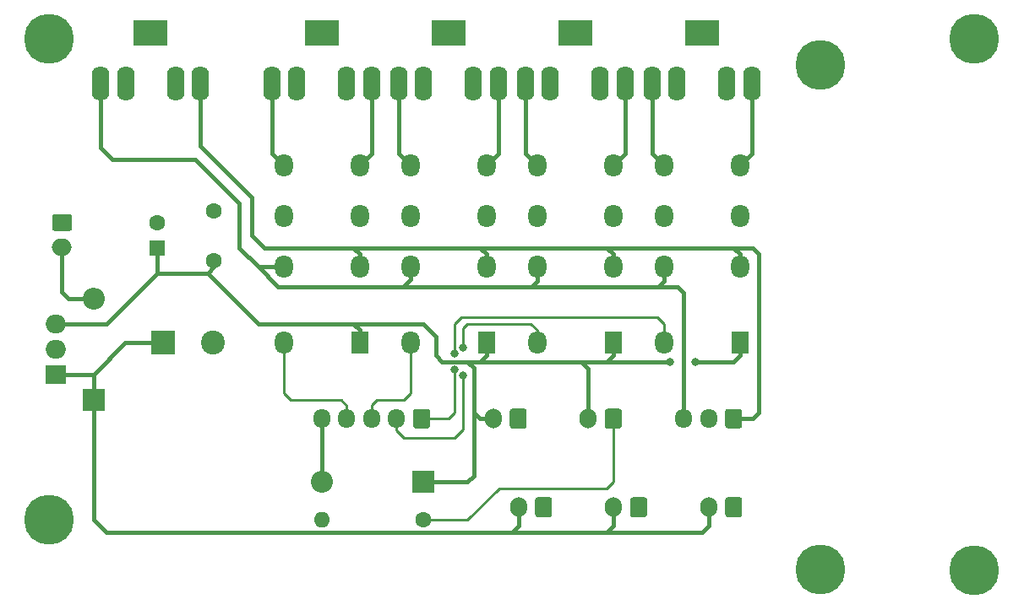
<source format=gtl>
%TF.GenerationSoftware,KiCad,Pcbnew,(5.1.8)-1*%
%TF.CreationDate,2021-01-28T21:24:41+01:00*%
%TF.ProjectId,VU Switch,56552053-7769-4746-9368-2e6b69636164,rev?*%
%TF.SameCoordinates,Original*%
%TF.FileFunction,Copper,L1,Top*%
%TF.FilePolarity,Positive*%
%FSLAX46Y46*%
G04 Gerber Fmt 4.6, Leading zero omitted, Abs format (unit mm)*
G04 Created by KiCad (PCBNEW (5.1.8)-1) date 2021-01-28 21:24:41*
%MOMM*%
%LPD*%
G01*
G04 APERTURE LIST*
%TA.AperFunction,ComponentPad*%
%ADD10O,1.800000X2.300000*%
%TD*%
%TA.AperFunction,ComponentPad*%
%ADD11R,1.800000X2.300000*%
%TD*%
%TA.AperFunction,ComponentPad*%
%ADD12O,1.700000X1.950000*%
%TD*%
%TA.AperFunction,ComponentPad*%
%ADD13R,2.200000X2.200000*%
%TD*%
%TA.AperFunction,ComponentPad*%
%ADD14O,2.200000X2.200000*%
%TD*%
%TA.AperFunction,ComponentPad*%
%ADD15O,1.700000X2.000000*%
%TD*%
%TA.AperFunction,ComponentPad*%
%ADD16C,1.600000*%
%TD*%
%TA.AperFunction,WasherPad*%
%ADD17C,5.000000*%
%TD*%
%TA.AperFunction,ComponentPad*%
%ADD18C,5.000000*%
%TD*%
%TA.AperFunction,ComponentPad*%
%ADD19R,2.400000X2.400000*%
%TD*%
%TA.AperFunction,ComponentPad*%
%ADD20C,2.400000*%
%TD*%
%TA.AperFunction,ComponentPad*%
%ADD21R,1.600000X1.600000*%
%TD*%
%TA.AperFunction,ComponentPad*%
%ADD22O,1.750000X3.500000*%
%TD*%
%TA.AperFunction,ComponentPad*%
%ADD23R,3.500000X2.500000*%
%TD*%
%TA.AperFunction,ComponentPad*%
%ADD24O,1.600000X1.600000*%
%TD*%
%TA.AperFunction,ComponentPad*%
%ADD25R,2.000000X1.905000*%
%TD*%
%TA.AperFunction,ComponentPad*%
%ADD26O,2.000000X1.905000*%
%TD*%
%TA.AperFunction,ComponentPad*%
%ADD27O,2.000000X1.700000*%
%TD*%
%TA.AperFunction,ViaPad*%
%ADD28C,0.800000*%
%TD*%
%TA.AperFunction,Conductor*%
%ADD29C,0.381000*%
%TD*%
%TA.AperFunction,Conductor*%
%ADD30C,0.250000*%
%TD*%
G04 APERTURE END LIST*
D10*
%TO.P,K1,16*%
%TO.N,SELECT_4*%
X153670000Y-83820000D03*
%TO.P,K1,13*%
%TO.N,OUT_L*%
X153670000Y-76200000D03*
%TO.P,K1,11*%
%TO.N,N/C*%
X153670000Y-71120000D03*
%TO.P,K1,9*%
%TO.N,Net-(J4-Pad5)*%
X153670000Y-66040000D03*
%TO.P,K1,8*%
%TO.N,Net-(J4-Pad2)*%
X161290000Y-66040000D03*
%TO.P,K1,6*%
%TO.N,N/C*%
X161290000Y-71120000D03*
%TO.P,K1,4*%
%TO.N,OUT_R*%
X161290000Y-76200000D03*
D11*
%TO.P,K1,1*%
%TO.N,+5V*%
X161290000Y-83820000D03*
%TD*%
D10*
%TO.P,K2,16*%
%TO.N,SELECT_3*%
X140970000Y-83820000D03*
%TO.P,K2,13*%
%TO.N,OUT_L*%
X140970000Y-76200000D03*
%TO.P,K2,11*%
%TO.N,N/C*%
X140970000Y-71120000D03*
%TO.P,K2,9*%
%TO.N,Net-(J5-Pad5)*%
X140970000Y-66040000D03*
%TO.P,K2,8*%
%TO.N,Net-(J5-Pad2)*%
X148590000Y-66040000D03*
%TO.P,K2,6*%
%TO.N,N/C*%
X148590000Y-71120000D03*
%TO.P,K2,4*%
%TO.N,OUT_R*%
X148590000Y-76200000D03*
D11*
%TO.P,K2,1*%
%TO.N,+5V*%
X148590000Y-83820000D03*
%TD*%
D10*
%TO.P,K3,16*%
%TO.N,SELECT_2*%
X128270000Y-83820000D03*
%TO.P,K3,13*%
%TO.N,OUT_L*%
X128270000Y-76200000D03*
%TO.P,K3,11*%
%TO.N,N/C*%
X128270000Y-71120000D03*
%TO.P,K3,9*%
%TO.N,Net-(J6-Pad5)*%
X128270000Y-66040000D03*
%TO.P,K3,8*%
%TO.N,Net-(J6-Pad2)*%
X135890000Y-66040000D03*
%TO.P,K3,6*%
%TO.N,N/C*%
X135890000Y-71120000D03*
%TO.P,K3,4*%
%TO.N,OUT_R*%
X135890000Y-76200000D03*
D11*
%TO.P,K3,1*%
%TO.N,+5V*%
X135890000Y-83820000D03*
%TD*%
D10*
%TO.P,K4,16*%
%TO.N,SELECT_1*%
X115570000Y-83820000D03*
%TO.P,K4,13*%
%TO.N,OUT_L*%
X115570000Y-76200000D03*
%TO.P,K4,11*%
%TO.N,N/C*%
X115570000Y-71120000D03*
%TO.P,K4,9*%
%TO.N,Net-(J7-Pad5)*%
X115570000Y-66040000D03*
%TO.P,K4,8*%
%TO.N,Net-(J7-Pad2)*%
X123190000Y-66040000D03*
%TO.P,K4,6*%
%TO.N,N/C*%
X123190000Y-71120000D03*
%TO.P,K4,4*%
%TO.N,OUT_R*%
X123190000Y-76200000D03*
D11*
%TO.P,K4,1*%
%TO.N,+5V*%
X123190000Y-83820000D03*
%TD*%
%TO.P,J3,1*%
%TO.N,SELECT_4*%
%TA.AperFunction,ComponentPad*%
G36*
G01*
X130230000Y-90715000D02*
X130230000Y-92165000D01*
G75*
G02*
X129980000Y-92415000I-250000J0D01*
G01*
X128780000Y-92415000D01*
G75*
G02*
X128530000Y-92165000I0J250000D01*
G01*
X128530000Y-90715000D01*
G75*
G02*
X128780000Y-90465000I250000J0D01*
G01*
X129980000Y-90465000D01*
G75*
G02*
X130230000Y-90715000I0J-250000D01*
G01*
G37*
%TD.AperFunction*%
D12*
%TO.P,J3,2*%
%TO.N,SELECT_3*%
X126880000Y-91440000D03*
%TO.P,J3,3*%
%TO.N,SELECT_2*%
X124380000Y-91440000D03*
%TO.P,J3,4*%
%TO.N,SELECT_1*%
X121880000Y-91440000D03*
%TO.P,J3,5*%
%TO.N,GND*%
X119380000Y-91440000D03*
%TD*%
D13*
%TO.P,D2,1*%
%TO.N,+5V*%
X129540000Y-97790000D03*
D14*
%TO.P,D2,2*%
%TO.N,GND*%
X119380000Y-97790000D03*
%TD*%
%TO.P,J10,1*%
%TO.N,GND*%
%TA.AperFunction,ComponentPad*%
G36*
G01*
X161505000Y-99580000D02*
X161505000Y-101080000D01*
G75*
G02*
X161255000Y-101330000I-250000J0D01*
G01*
X160055000Y-101330000D01*
G75*
G02*
X159805000Y-101080000I0J250000D01*
G01*
X159805000Y-99580000D01*
G75*
G02*
X160055000Y-99330000I250000J0D01*
G01*
X161255000Y-99330000D01*
G75*
G02*
X161505000Y-99580000I0J-250000D01*
G01*
G37*
%TD.AperFunction*%
D15*
%TO.P,J10,2*%
%TO.N,+12V*%
X158155000Y-100330000D03*
%TD*%
%TO.P,J2,1*%
%TO.N,GND*%
%TA.AperFunction,ComponentPad*%
G36*
G01*
X142455000Y-99580000D02*
X142455000Y-101080000D01*
G75*
G02*
X142205000Y-101330000I-250000J0D01*
G01*
X141005000Y-101330000D01*
G75*
G02*
X140755000Y-101080000I0J250000D01*
G01*
X140755000Y-99580000D01*
G75*
G02*
X141005000Y-99330000I250000J0D01*
G01*
X142205000Y-99330000D01*
G75*
G02*
X142455000Y-99580000I0J-250000D01*
G01*
G37*
%TD.AperFunction*%
%TO.P,J2,2*%
%TO.N,+12V*%
X139105000Y-100330000D03*
%TD*%
%TO.P,J13,2*%
%TO.N,+12V*%
X148630000Y-100330000D03*
%TO.P,J13,1*%
%TO.N,GND*%
%TA.AperFunction,ComponentPad*%
G36*
G01*
X151980000Y-99580000D02*
X151980000Y-101080000D01*
G75*
G02*
X151730000Y-101330000I-250000J0D01*
G01*
X150530000Y-101330000D01*
G75*
G02*
X150280000Y-101080000I0J250000D01*
G01*
X150280000Y-99580000D01*
G75*
G02*
X150530000Y-99330000I250000J0D01*
G01*
X151730000Y-99330000D01*
G75*
G02*
X151980000Y-99580000I0J-250000D01*
G01*
G37*
%TD.AperFunction*%
%TD*%
D16*
%TO.P,C3,1*%
%TO.N,+5V*%
X108585000Y-75565000D03*
%TO.P,C3,2*%
%TO.N,GND*%
X108585000Y-70565000D03*
%TD*%
D17*
%TO.P,A1,*%
%TO.N,*%
X169345000Y-106580000D03*
X169345000Y-55980000D03*
%TD*%
D18*
%TO.P,M1,1*%
%TO.N,GND*%
X92075000Y-101600000D03*
%TD*%
%TO.P,M2,1*%
%TO.N,GND*%
X184785000Y-106680000D03*
%TD*%
%TO.P,M3,1*%
%TO.N,GND*%
X184785000Y-53340000D03*
%TD*%
%TO.P,M4,1*%
%TO.N,GND*%
X92075000Y-53340000D03*
%TD*%
D19*
%TO.P,C1,1*%
%TO.N,+12V*%
X103505000Y-83820000D03*
D20*
%TO.P,C1,2*%
%TO.N,GND*%
X108505000Y-83820000D03*
%TD*%
D16*
%TO.P,C2,2*%
%TO.N,GND*%
X102870000Y-71795000D03*
D21*
%TO.P,C2,1*%
%TO.N,+5V*%
X102870000Y-74295000D03*
%TD*%
D14*
%TO.P,D1,2*%
%TO.N,Net-(D1-Pad2)*%
X96520000Y-79375000D03*
D13*
%TO.P,D1,1*%
%TO.N,+12V*%
X96520000Y-89535000D03*
%TD*%
D22*
%TO.P,J4,4*%
%TO.N,N/C*%
X154980000Y-57766000D03*
%TO.P,J4,3*%
X159980000Y-57766000D03*
%TO.P,J4,5*%
%TO.N,Net-(J4-Pad5)*%
X152480000Y-57766000D03*
%TO.P,J4,2*%
%TO.N,Net-(J4-Pad2)*%
X162480000Y-57766000D03*
D23*
%TO.P,J4,1*%
%TO.N,GND*%
X157480000Y-52760000D03*
%TD*%
%TO.P,J5,1*%
%TO.N,GND*%
X144780000Y-52760000D03*
D22*
%TO.P,J5,2*%
%TO.N,Net-(J5-Pad2)*%
X149780000Y-57766000D03*
%TO.P,J5,5*%
%TO.N,Net-(J5-Pad5)*%
X139780000Y-57766000D03*
%TO.P,J5,3*%
%TO.N,N/C*%
X147280000Y-57766000D03*
%TO.P,J5,4*%
X142280000Y-57766000D03*
%TD*%
%TO.P,J6,4*%
%TO.N,N/C*%
X129580000Y-57766000D03*
%TO.P,J6,3*%
X134580000Y-57766000D03*
%TO.P,J6,5*%
%TO.N,Net-(J6-Pad5)*%
X127080000Y-57766000D03*
%TO.P,J6,2*%
%TO.N,Net-(J6-Pad2)*%
X137080000Y-57766000D03*
D23*
%TO.P,J6,1*%
%TO.N,GND*%
X132080000Y-52760000D03*
%TD*%
%TO.P,J7,1*%
%TO.N,GND*%
X119380000Y-52760000D03*
D22*
%TO.P,J7,2*%
%TO.N,Net-(J7-Pad2)*%
X124380000Y-57766000D03*
%TO.P,J7,5*%
%TO.N,Net-(J7-Pad5)*%
X114380000Y-57766000D03*
%TO.P,J7,3*%
%TO.N,N/C*%
X121880000Y-57766000D03*
%TO.P,J7,4*%
X116880000Y-57766000D03*
%TD*%
D23*
%TO.P,J8,1*%
%TO.N,GND*%
X102235000Y-52760000D03*
D22*
%TO.P,J8,2*%
%TO.N,OUT_R*%
X107235000Y-57766000D03*
%TO.P,J8,5*%
%TO.N,OUT_L*%
X97235000Y-57766000D03*
%TO.P,J8,3*%
%TO.N,N/C*%
X104735000Y-57766000D03*
%TO.P,J8,4*%
X99735000Y-57766000D03*
%TD*%
%TO.P,J9,1*%
%TO.N,OUT_R*%
%TA.AperFunction,ComponentPad*%
G36*
G01*
X161505000Y-90715000D02*
X161505000Y-92165000D01*
G75*
G02*
X161255000Y-92415000I-250000J0D01*
G01*
X160055000Y-92415000D01*
G75*
G02*
X159805000Y-92165000I0J250000D01*
G01*
X159805000Y-90715000D01*
G75*
G02*
X160055000Y-90465000I250000J0D01*
G01*
X161255000Y-90465000D01*
G75*
G02*
X161505000Y-90715000I0J-250000D01*
G01*
G37*
%TD.AperFunction*%
D12*
%TO.P,J9,2*%
%TO.N,GND*%
X158155000Y-91440000D03*
%TO.P,J9,3*%
%TO.N,OUT_L*%
X155655000Y-91440000D03*
%TD*%
D15*
%TO.P,J11,2*%
%TO.N,+5V*%
X146090000Y-91440000D03*
%TO.P,J11,1*%
%TO.N,Net-(J11-Pad1)*%
%TA.AperFunction,ComponentPad*%
G36*
G01*
X149440000Y-90690000D02*
X149440000Y-92190000D01*
G75*
G02*
X149190000Y-92440000I-250000J0D01*
G01*
X147990000Y-92440000D01*
G75*
G02*
X147740000Y-92190000I0J250000D01*
G01*
X147740000Y-90690000D01*
G75*
G02*
X147990000Y-90440000I250000J0D01*
G01*
X149190000Y-90440000D01*
G75*
G02*
X149440000Y-90690000I0J-250000D01*
G01*
G37*
%TD.AperFunction*%
%TD*%
%TO.P,J12,1*%
%TO.N,GND*%
%TA.AperFunction,ComponentPad*%
G36*
G01*
X139915000Y-90690000D02*
X139915000Y-92190000D01*
G75*
G02*
X139665000Y-92440000I-250000J0D01*
G01*
X138465000Y-92440000D01*
G75*
G02*
X138215000Y-92190000I0J250000D01*
G01*
X138215000Y-90690000D01*
G75*
G02*
X138465000Y-90440000I250000J0D01*
G01*
X139665000Y-90440000D01*
G75*
G02*
X139915000Y-90690000I0J-250000D01*
G01*
G37*
%TD.AperFunction*%
%TO.P,J12,2*%
%TO.N,+5V*%
X136565000Y-91440000D03*
%TD*%
D16*
%TO.P,R1,1*%
%TO.N,Net-(J11-Pad1)*%
X129540000Y-101600000D03*
D24*
%TO.P,R1,2*%
%TO.N,GND*%
X119380000Y-101600000D03*
%TD*%
D25*
%TO.P,U1,1*%
%TO.N,+12V*%
X92710000Y-86995000D03*
D26*
%TO.P,U1,2*%
%TO.N,GND*%
X92710000Y-84455000D03*
%TO.P,U1,3*%
%TO.N,+5V*%
X92710000Y-81915000D03*
%TD*%
%TO.P,J1,1*%
%TO.N,GND*%
%TA.AperFunction,ComponentPad*%
G36*
G01*
X92595000Y-70905000D02*
X94095000Y-70905000D01*
G75*
G02*
X94345000Y-71155000I0J-250000D01*
G01*
X94345000Y-72355000D01*
G75*
G02*
X94095000Y-72605000I-250000J0D01*
G01*
X92595000Y-72605000D01*
G75*
G02*
X92345000Y-72355000I0J250000D01*
G01*
X92345000Y-71155000D01*
G75*
G02*
X92595000Y-70905000I250000J0D01*
G01*
G37*
%TD.AperFunction*%
D27*
%TO.P,J1,2*%
%TO.N,Net-(D1-Pad2)*%
X93345000Y-74255000D03*
%TD*%
D28*
%TO.N,+5V*%
X154305000Y-85725000D03*
X156845000Y-85725000D03*
%TO.N,SELECT_4*%
X132715000Y-86515500D03*
X132715000Y-84934500D03*
%TO.N,SELECT_3*%
X133513036Y-84331888D03*
X133513036Y-87118112D03*
%TD*%
D29*
%TO.N,GND*%
X119380000Y-91440000D02*
X119380000Y-97155000D01*
%TO.N,+12V*%
X92710000Y-86995000D02*
X95885000Y-86995000D01*
X96520000Y-89535000D02*
X96520000Y-87630000D01*
X96520000Y-87630000D02*
X96520000Y-86995000D01*
X95885000Y-86995000D02*
X96520000Y-86995000D01*
X139700000Y-102870000D02*
X147955000Y-102870000D01*
X148630000Y-102195000D02*
X148630000Y-100330000D01*
X147955000Y-102870000D02*
X148630000Y-102195000D01*
X147955000Y-102870000D02*
X157480000Y-102870000D01*
X158155000Y-102195000D02*
X158155000Y-100330000D01*
X157480000Y-102870000D02*
X158155000Y-102195000D01*
X96520000Y-101600000D02*
X96520000Y-89535000D01*
X97790000Y-102870000D02*
X96520000Y-101600000D01*
X138430000Y-102870000D02*
X97790000Y-102870000D01*
X138430000Y-102870000D02*
X139700000Y-102870000D01*
X139105000Y-102195000D02*
X138430000Y-102870000D01*
X139105000Y-100330000D02*
X139105000Y-102195000D01*
X99695000Y-83820000D02*
X96520000Y-86995000D01*
X103505000Y-83820000D02*
X99695000Y-83820000D01*
%TO.N,+5V*%
X103505000Y-76835000D02*
X107950000Y-76835000D01*
X107950000Y-76835000D02*
X108585000Y-76200000D01*
X108585000Y-76200000D02*
X108585000Y-75565000D01*
X103505000Y-76835000D02*
X102870000Y-76835000D01*
X102870000Y-76835000D02*
X102870000Y-74295000D01*
X100330000Y-79375000D02*
X102870000Y-76835000D01*
X97790000Y-81915000D02*
X100330000Y-79375000D01*
X92710000Y-81915000D02*
X97790000Y-81915000D01*
X135255000Y-91440000D02*
X134620000Y-90805000D01*
X136565000Y-91440000D02*
X135255000Y-91440000D01*
X148590000Y-85090000D02*
X148590000Y-83820000D01*
X147955000Y-85725000D02*
X148590000Y-85090000D01*
X147955000Y-85725000D02*
X154305000Y-85725000D01*
X146685000Y-85725000D02*
X147955000Y-85725000D01*
X135890000Y-85090000D02*
X135255000Y-85725000D01*
X135890000Y-83820000D02*
X135890000Y-85090000D01*
X134620000Y-85725000D02*
X135255000Y-85725000D01*
X129540000Y-97790000D02*
X133985000Y-97790000D01*
X134620000Y-97155000D02*
X134620000Y-90805000D01*
X133985000Y-97790000D02*
X134620000Y-97155000D01*
X133985000Y-85725000D02*
X134620000Y-85725000D01*
X134620000Y-86360000D02*
X133985000Y-85725000D01*
X134620000Y-90805000D02*
X134620000Y-86360000D01*
X145415000Y-85725000D02*
X146685000Y-85725000D01*
X135255000Y-85725000D02*
X145415000Y-85725000D01*
X146090000Y-86400000D02*
X145415000Y-85725000D01*
X146090000Y-91440000D02*
X146090000Y-86400000D01*
X111125000Y-80010000D02*
X107950000Y-76835000D01*
X160655000Y-85725000D02*
X156845000Y-85725000D01*
X161290000Y-85090000D02*
X160655000Y-85725000D01*
X161290000Y-83820000D02*
X161290000Y-85090000D01*
X123190000Y-83820000D02*
X123190000Y-82550000D01*
X123190000Y-82550000D02*
X122555000Y-81915000D01*
X113030000Y-81915000D02*
X111125000Y-80010000D01*
X122555000Y-81915000D02*
X113030000Y-81915000D01*
X122555000Y-81915000D02*
X129540000Y-81915000D01*
X129540000Y-81915000D02*
X130810000Y-83185000D01*
X130810000Y-85090000D02*
X131445000Y-85725000D01*
X130810000Y-83185000D02*
X130810000Y-85090000D01*
X131445000Y-85725000D02*
X133985000Y-85725000D01*
%TO.N,Net-(D1-Pad2)*%
X93345000Y-74255000D02*
X93345000Y-78740000D01*
X93980000Y-79375000D02*
X96520000Y-79375000D01*
X93345000Y-78740000D02*
X93980000Y-79375000D01*
D30*
%TO.N,SELECT_4*%
X132715000Y-90805000D02*
X132715000Y-86515500D01*
X132080000Y-91440000D02*
X132715000Y-90805000D01*
X129380000Y-91440000D02*
X132080000Y-91440000D01*
X132715000Y-81915000D02*
X132715000Y-84934500D01*
X153035000Y-81280000D02*
X133350000Y-81280000D01*
X133350000Y-81280000D02*
X132715000Y-81915000D01*
X153670000Y-81915000D02*
X153035000Y-81280000D01*
X153670000Y-81915000D02*
X153670000Y-83820000D01*
%TO.N,SELECT_3*%
X140970000Y-83820000D02*
X140970000Y-82550000D01*
X140970000Y-82550000D02*
X140335000Y-81915000D01*
X140335000Y-81915000D02*
X133985000Y-81915000D01*
X133513036Y-82386964D02*
X133513036Y-84331888D01*
X133985000Y-81915000D02*
X133513036Y-82386964D01*
X133513036Y-87118112D02*
X133513036Y-92546964D01*
X133513036Y-92546964D02*
X132715000Y-93345000D01*
X132715000Y-93345000D02*
X127635000Y-93345000D01*
X126880000Y-92590000D02*
X126880000Y-91440000D01*
X127635000Y-93345000D02*
X126880000Y-92590000D01*
%TO.N,SELECT_2*%
X128270000Y-86515500D02*
X128270000Y-88900000D01*
X128270000Y-88900000D02*
X127635000Y-89535000D01*
X124935000Y-89535000D02*
X124380000Y-90090000D01*
X127635000Y-89535000D02*
X124935000Y-89535000D01*
X124380000Y-91440000D02*
X124380000Y-90090000D01*
X128270000Y-86515500D02*
X128270000Y-83820000D01*
%TO.N,SELECT_1*%
X115570000Y-88900000D02*
X115570000Y-86515482D01*
X116225000Y-89555000D02*
X115570000Y-88900000D01*
X121305000Y-89555000D02*
X116225000Y-89555000D01*
X121880000Y-90130000D02*
X121305000Y-89555000D01*
X121880000Y-91440000D02*
X121880000Y-90130000D01*
X115570000Y-86515482D02*
X115570000Y-83820000D01*
D29*
%TO.N,Net-(J4-Pad5)*%
X152480000Y-64850000D02*
X153670000Y-66040000D01*
X152480000Y-64850000D02*
X152480000Y-57766000D01*
%TO.N,Net-(J4-Pad2)*%
X162480000Y-64850000D02*
X161290000Y-66040000D01*
X162480000Y-64850000D02*
X162480000Y-57766000D01*
%TO.N,Net-(J5-Pad2)*%
X149780000Y-64850000D02*
X148590000Y-66040000D01*
X149780000Y-64850000D02*
X149780000Y-57766000D01*
%TO.N,Net-(J5-Pad5)*%
X139780000Y-64850000D02*
X140970000Y-66040000D01*
X139780000Y-64850000D02*
X139780000Y-57766000D01*
%TO.N,Net-(J6-Pad5)*%
X127080000Y-64850000D02*
X128270000Y-66040000D01*
X127080000Y-64850000D02*
X127080000Y-57766000D01*
%TO.N,Net-(J6-Pad2)*%
X137080000Y-64850000D02*
X135890000Y-66040000D01*
X137080000Y-64850000D02*
X137080000Y-57766000D01*
%TO.N,Net-(J7-Pad2)*%
X124380000Y-64850000D02*
X123190000Y-66040000D01*
X124380000Y-64850000D02*
X124380000Y-57766000D01*
%TO.N,Net-(J7-Pad5)*%
X114380000Y-64850000D02*
X115570000Y-66040000D01*
X114380000Y-64850000D02*
X114380000Y-57766000D01*
%TO.N,OUT_R*%
X161290000Y-74930000D02*
X161290000Y-76200000D01*
X160655000Y-74295000D02*
X161290000Y-74930000D01*
X158750000Y-74295000D02*
X160655000Y-74295000D01*
X149225000Y-74295000D02*
X158750000Y-74295000D01*
X148590000Y-76200000D02*
X148590000Y-74930000D01*
X148590000Y-74930000D02*
X147955000Y-74295000D01*
X147955000Y-74295000D02*
X149225000Y-74295000D01*
X136525000Y-74295000D02*
X147955000Y-74295000D01*
X135890000Y-74930000D02*
X135255000Y-74295000D01*
X135890000Y-76200000D02*
X135890000Y-74930000D01*
X135255000Y-74295000D02*
X136525000Y-74295000D01*
X123825000Y-74295000D02*
X135255000Y-74295000D01*
X123190000Y-74930000D02*
X122555000Y-74295000D01*
X123190000Y-76200000D02*
X123190000Y-74930000D01*
X123825000Y-74295000D02*
X122555000Y-74295000D01*
X112395000Y-69215000D02*
X107235000Y-64055000D01*
X112395000Y-73025000D02*
X112395000Y-69215000D01*
X113665000Y-74295000D02*
X112395000Y-73025000D01*
X122555000Y-74295000D02*
X113665000Y-74295000D01*
X160655000Y-91440000D02*
X162560000Y-91440000D01*
X162560000Y-91440000D02*
X163195000Y-90805000D01*
X163195000Y-90805000D02*
X163195000Y-74930000D01*
X162560000Y-74295000D02*
X160655000Y-74295000D01*
X163195000Y-74930000D02*
X162560000Y-74295000D01*
X107235000Y-64055000D02*
X107235000Y-57766000D01*
%TO.N,OUT_L*%
X155020000Y-78185000D02*
X154225000Y-78185000D01*
X155655000Y-78820000D02*
X155020000Y-78185000D01*
X155655000Y-91440000D02*
X155655000Y-78820000D01*
X153670000Y-77630000D02*
X153115000Y-78185000D01*
X153670000Y-76200000D02*
X153670000Y-77630000D01*
X153115000Y-78185000D02*
X141685000Y-78185000D01*
X154225000Y-78185000D02*
X153115000Y-78185000D01*
X140970000Y-77630000D02*
X140415000Y-78185000D01*
X140970000Y-76200000D02*
X140970000Y-77630000D01*
X140415000Y-78185000D02*
X128985000Y-78185000D01*
X141685000Y-78185000D02*
X140415000Y-78185000D01*
X128270000Y-77470000D02*
X127555000Y-78185000D01*
X128270000Y-76200000D02*
X128270000Y-77470000D01*
X128985000Y-78185000D02*
X127555000Y-78185000D01*
X98425000Y-65405000D02*
X97235000Y-64215000D01*
X106680000Y-65405000D02*
X98425000Y-65405000D01*
X111125000Y-69850000D02*
X106680000Y-65405000D01*
X111125000Y-74295000D02*
X111125000Y-69850000D01*
X127555000Y-78185000D02*
X115015000Y-78185000D01*
X115570000Y-76200000D02*
X113030000Y-76200000D01*
X113030000Y-76200000D02*
X111125000Y-74295000D01*
X115015000Y-78185000D02*
X113030000Y-76200000D01*
X97235000Y-64215000D02*
X97235000Y-57766000D01*
D30*
%TO.N,Net-(J11-Pad1)*%
X133985000Y-101600000D02*
X129540000Y-101600000D01*
X137160000Y-98425000D02*
X133985000Y-101600000D01*
X147955000Y-98425000D02*
X137160000Y-98425000D01*
X148590000Y-97790000D02*
X147955000Y-98425000D01*
X148590000Y-91440000D02*
X148590000Y-97790000D01*
%TD*%
M02*

</source>
